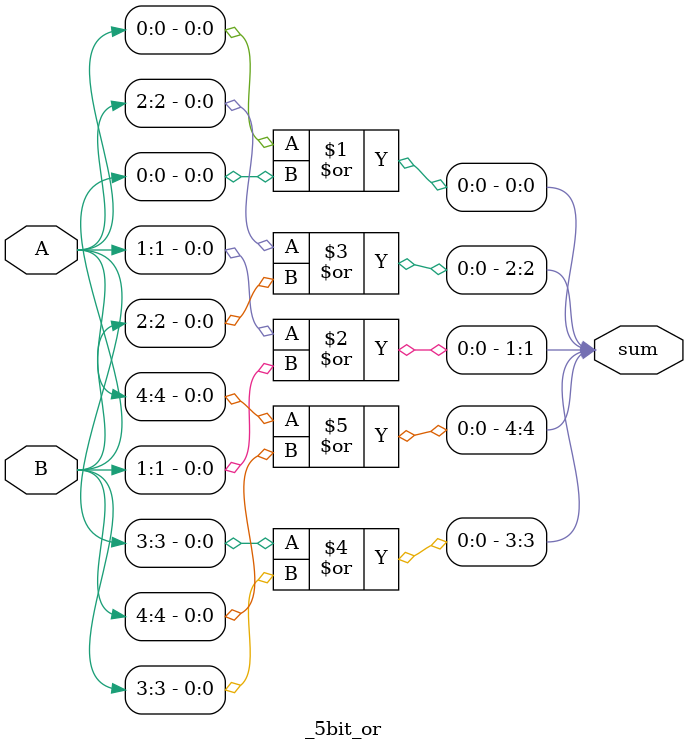
<source format=v>
module _5bit_or(sum,A,B);
input [4:0]A,B; 
output [4:0]sum;

or 	x1(sum[0],A[0],B[0]),
		x2(sum[1],A[1],B[1]),
		x3(sum[2],A[2],B[2]),
		x4(sum[3],A[3],B[3]),
		x5(sum[4],A[4],B[4]);
endmodule

</source>
